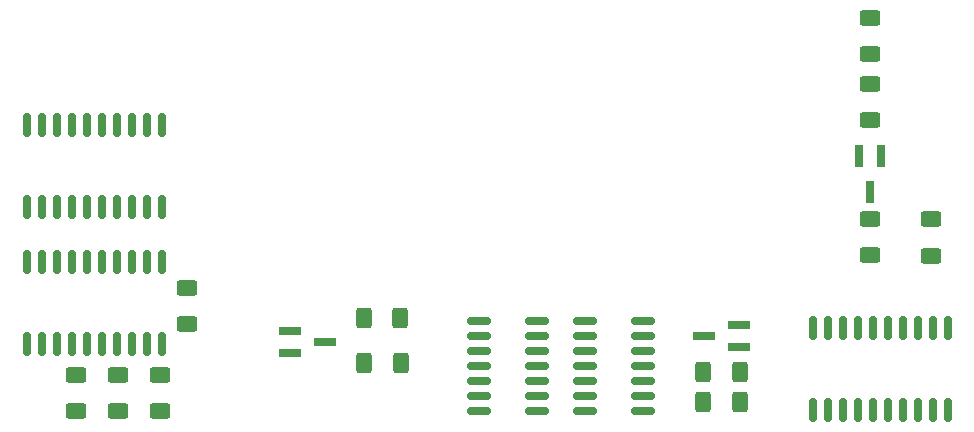
<source format=gbr>
%TF.GenerationSoftware,KiCad,Pcbnew,(6.0.5)*%
%TF.CreationDate,2022-11-13T19:37:50-06:00*%
%TF.ProjectId,ISA rev5,49534120-7265-4763-952e-6b696361645f,rev?*%
%TF.SameCoordinates,Original*%
%TF.FileFunction,Paste,Top*%
%TF.FilePolarity,Positive*%
%FSLAX46Y46*%
G04 Gerber Fmt 4.6, Leading zero omitted, Abs format (unit mm)*
G04 Created by KiCad (PCBNEW (6.0.5)) date 2022-11-13 19:37:50*
%MOMM*%
%LPD*%
G01*
G04 APERTURE LIST*
G04 Aperture macros list*
%AMRoundRect*
0 Rectangle with rounded corners*
0 $1 Rounding radius*
0 $2 $3 $4 $5 $6 $7 $8 $9 X,Y pos of 4 corners*
0 Add a 4 corners polygon primitive as box body*
4,1,4,$2,$3,$4,$5,$6,$7,$8,$9,$2,$3,0*
0 Add four circle primitives for the rounded corners*
1,1,$1+$1,$2,$3*
1,1,$1+$1,$4,$5*
1,1,$1+$1,$6,$7*
1,1,$1+$1,$8,$9*
0 Add four rect primitives between the rounded corners*
20,1,$1+$1,$2,$3,$4,$5,0*
20,1,$1+$1,$4,$5,$6,$7,0*
20,1,$1+$1,$6,$7,$8,$9,0*
20,1,$1+$1,$8,$9,$2,$3,0*%
G04 Aperture macros list end*
%ADD10R,1.900000X0.800000*%
%ADD11RoundRect,0.150000X0.150000X-0.837500X0.150000X0.837500X-0.150000X0.837500X-0.150000X-0.837500X0*%
%ADD12RoundRect,0.250000X-0.400000X-0.625000X0.400000X-0.625000X0.400000X0.625000X-0.400000X0.625000X0*%
%ADD13RoundRect,0.250000X-0.625000X0.400000X-0.625000X-0.400000X0.625000X-0.400000X0.625000X0.400000X0*%
%ADD14RoundRect,0.250000X0.400000X0.625000X-0.400000X0.625000X-0.400000X-0.625000X0.400000X-0.625000X0*%
%ADD15RoundRect,0.150000X-0.825000X-0.150000X0.825000X-0.150000X0.825000X0.150000X-0.825000X0.150000X0*%
%ADD16R,0.800000X1.900000*%
G04 APERTURE END LIST*
D10*
%TO.C,D5*%
X129310000Y-134940000D03*
X129310000Y-136840000D03*
X132310000Y-135890000D03*
%TD*%
%TO.C,D1*%
X167362000Y-136332000D03*
X167362000Y-134432000D03*
X164362000Y-135382000D03*
%TD*%
D11*
%TO.C,U4*%
X107061000Y-124460000D03*
X108331000Y-124460000D03*
X109601000Y-124460000D03*
X110871000Y-124460000D03*
X112141000Y-124460000D03*
X113411000Y-124460000D03*
X114681000Y-124460000D03*
X115951000Y-124460000D03*
X117221000Y-124460000D03*
X118491000Y-124460000D03*
X118491000Y-117535000D03*
X117221000Y-117535000D03*
X115951000Y-117535000D03*
X114681000Y-117535000D03*
X113411000Y-117535000D03*
X112141000Y-117535000D03*
X110871000Y-117535000D03*
X109601000Y-117535000D03*
X108331000Y-117535000D03*
X107061000Y-117535000D03*
%TD*%
D12*
%TO.C,R2*%
X164312000Y-140970000D03*
X167412000Y-140970000D03*
%TD*%
D13*
%TO.C,R3*%
X183642000Y-125476000D03*
X183642000Y-128576000D03*
%TD*%
D11*
%TO.C,U3*%
X173609000Y-141638500D03*
X174879000Y-141638500D03*
X176149000Y-141638500D03*
X177419000Y-141638500D03*
X178689000Y-141638500D03*
X179959000Y-141638500D03*
X181229000Y-141638500D03*
X182499000Y-141638500D03*
X183769000Y-141638500D03*
X185039000Y-141638500D03*
X185039000Y-134713500D03*
X183769000Y-134713500D03*
X182499000Y-134713500D03*
X181229000Y-134713500D03*
X179959000Y-134713500D03*
X178689000Y-134713500D03*
X177419000Y-134713500D03*
X176149000Y-134713500D03*
X174879000Y-134713500D03*
X173609000Y-134713500D03*
%TD*%
D12*
%TO.C,R11*%
X135610000Y-137668000D03*
X138710000Y-137668000D03*
%TD*%
D13*
%TO.C,R5*%
X120650000Y-131266000D03*
X120650000Y-134366000D03*
%TD*%
D14*
%TO.C,R10*%
X138684000Y-133858000D03*
X135584000Y-133858000D03*
%TD*%
D13*
%TO.C,R12*%
X178435000Y-125424000D03*
X178435000Y-128524000D03*
%TD*%
%TO.C,R9*%
X178435000Y-108406000D03*
X178435000Y-111506000D03*
%TD*%
D15*
%TO.C,U1*%
X154308000Y-134112000D03*
X154308000Y-135382000D03*
X154308000Y-136652000D03*
X154308000Y-137922000D03*
X154308000Y-139192000D03*
X154308000Y-140462000D03*
X154308000Y-141732000D03*
X159258000Y-141732000D03*
X159258000Y-140462000D03*
X159258000Y-139192000D03*
X159258000Y-137922000D03*
X159258000Y-136652000D03*
X159258000Y-135382000D03*
X159258000Y-134112000D03*
%TD*%
D13*
%TO.C,R8*%
X111252000Y-138658000D03*
X111252000Y-141758000D03*
%TD*%
%TO.C,R7*%
X114808000Y-138658000D03*
X114808000Y-141758000D03*
%TD*%
%TO.C,R6*%
X118364000Y-138658000D03*
X118364000Y-141758000D03*
%TD*%
D16*
%TO.C,D6*%
X178435000Y-123166000D03*
X179385000Y-120166000D03*
X177485000Y-120166000D03*
%TD*%
D14*
%TO.C,R1*%
X167412000Y-138430000D03*
X164312000Y-138430000D03*
%TD*%
D13*
%TO.C,R4*%
X178435000Y-113994000D03*
X178435000Y-117094000D03*
%TD*%
D11*
%TO.C,U5*%
X107061000Y-136050500D03*
X108331000Y-136050500D03*
X109601000Y-136050500D03*
X110871000Y-136050500D03*
X112141000Y-136050500D03*
X113411000Y-136050500D03*
X114681000Y-136050500D03*
X115951000Y-136050500D03*
X117221000Y-136050500D03*
X118491000Y-136050500D03*
X118491000Y-129125500D03*
X117221000Y-129125500D03*
X115951000Y-129125500D03*
X114681000Y-129125500D03*
X113411000Y-129125500D03*
X112141000Y-129125500D03*
X110871000Y-129125500D03*
X109601000Y-129125500D03*
X108331000Y-129125500D03*
X107061000Y-129125500D03*
%TD*%
D15*
%TO.C,U2*%
X145353000Y-134112000D03*
X145353000Y-135382000D03*
X145353000Y-136652000D03*
X145353000Y-137922000D03*
X145353000Y-139192000D03*
X145353000Y-140462000D03*
X145353000Y-141732000D03*
X150303000Y-141732000D03*
X150303000Y-140462000D03*
X150303000Y-139192000D03*
X150303000Y-137922000D03*
X150303000Y-136652000D03*
X150303000Y-135382000D03*
X150303000Y-134112000D03*
%TD*%
M02*

</source>
